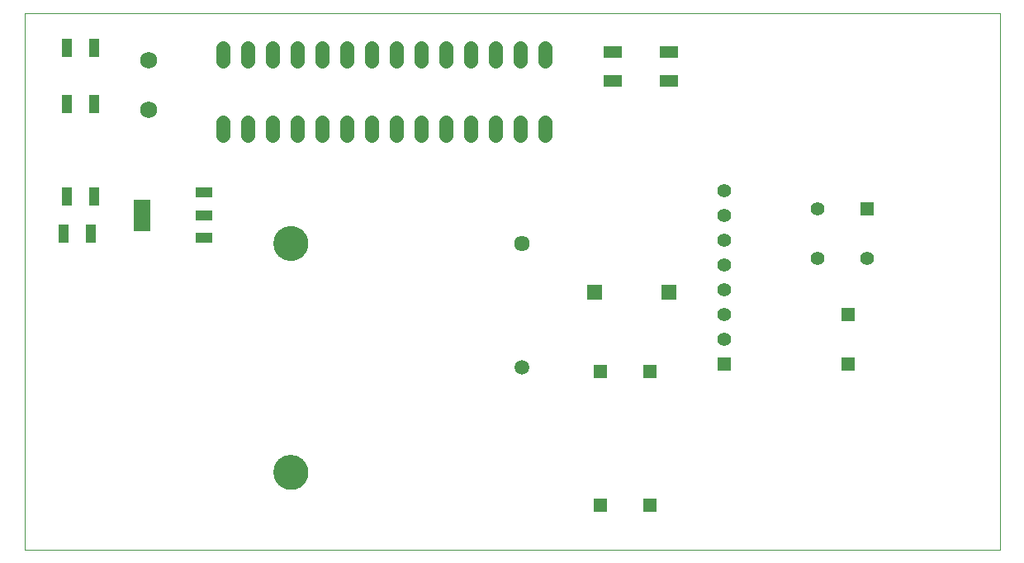
<source format=gts>
G75*
%MOIN*%
%OFA0B0*%
%FSLAX25Y25*%
%IPPOS*%
%LPD*%
%AMOC8*
5,1,8,0,0,1.08239X$1,22.5*
%
%ADD10C,0.00000*%
%ADD11C,0.05600*%
%ADD12C,0.14000*%
%ADD13C,0.06337*%
%ADD14C,0.05943*%
%ADD15R,0.04000X0.07500*%
%ADD16R,0.07300X0.04800*%
%ADD17R,0.05550X0.05550*%
%ADD18C,0.05550*%
%ADD19R,0.06337X0.06337*%
%ADD20R,0.06800X0.03900*%
%ADD21R,0.06800X0.12900*%
%ADD22C,0.06900*%
D10*
X0001000Y0001000D02*
X0001000Y0217535D01*
X0394701Y0217535D01*
X0394701Y0001000D01*
X0001000Y0001000D01*
X0101700Y0032250D02*
X0101702Y0032417D01*
X0101708Y0032584D01*
X0101718Y0032750D01*
X0101733Y0032917D01*
X0101751Y0033082D01*
X0101774Y0033248D01*
X0101800Y0033413D01*
X0101831Y0033577D01*
X0101865Y0033740D01*
X0101904Y0033902D01*
X0101946Y0034064D01*
X0101993Y0034224D01*
X0102043Y0034383D01*
X0102098Y0034541D01*
X0102156Y0034697D01*
X0102218Y0034852D01*
X0102283Y0035006D01*
X0102353Y0035157D01*
X0102426Y0035307D01*
X0102503Y0035455D01*
X0102583Y0035602D01*
X0102667Y0035746D01*
X0102755Y0035888D01*
X0102846Y0036028D01*
X0102940Y0036165D01*
X0103038Y0036301D01*
X0103139Y0036434D01*
X0103244Y0036564D01*
X0103351Y0036692D01*
X0103462Y0036817D01*
X0103575Y0036939D01*
X0103692Y0037058D01*
X0103811Y0037175D01*
X0103933Y0037288D01*
X0104058Y0037399D01*
X0104186Y0037506D01*
X0104316Y0037611D01*
X0104449Y0037712D01*
X0104585Y0037810D01*
X0104722Y0037904D01*
X0104862Y0037995D01*
X0105004Y0038083D01*
X0105148Y0038167D01*
X0105295Y0038247D01*
X0105443Y0038324D01*
X0105593Y0038397D01*
X0105744Y0038467D01*
X0105898Y0038532D01*
X0106053Y0038594D01*
X0106209Y0038652D01*
X0106367Y0038707D01*
X0106526Y0038757D01*
X0106686Y0038804D01*
X0106848Y0038846D01*
X0107010Y0038885D01*
X0107173Y0038919D01*
X0107337Y0038950D01*
X0107502Y0038976D01*
X0107668Y0038999D01*
X0107833Y0039017D01*
X0108000Y0039032D01*
X0108166Y0039042D01*
X0108333Y0039048D01*
X0108500Y0039050D01*
X0108667Y0039048D01*
X0108834Y0039042D01*
X0109000Y0039032D01*
X0109167Y0039017D01*
X0109332Y0038999D01*
X0109498Y0038976D01*
X0109663Y0038950D01*
X0109827Y0038919D01*
X0109990Y0038885D01*
X0110152Y0038846D01*
X0110314Y0038804D01*
X0110474Y0038757D01*
X0110633Y0038707D01*
X0110791Y0038652D01*
X0110947Y0038594D01*
X0111102Y0038532D01*
X0111256Y0038467D01*
X0111407Y0038397D01*
X0111557Y0038324D01*
X0111705Y0038247D01*
X0111852Y0038167D01*
X0111996Y0038083D01*
X0112138Y0037995D01*
X0112278Y0037904D01*
X0112415Y0037810D01*
X0112551Y0037712D01*
X0112684Y0037611D01*
X0112814Y0037506D01*
X0112942Y0037399D01*
X0113067Y0037288D01*
X0113189Y0037175D01*
X0113308Y0037058D01*
X0113425Y0036939D01*
X0113538Y0036817D01*
X0113649Y0036692D01*
X0113756Y0036564D01*
X0113861Y0036434D01*
X0113962Y0036301D01*
X0114060Y0036165D01*
X0114154Y0036028D01*
X0114245Y0035888D01*
X0114333Y0035746D01*
X0114417Y0035602D01*
X0114497Y0035455D01*
X0114574Y0035307D01*
X0114647Y0035157D01*
X0114717Y0035006D01*
X0114782Y0034852D01*
X0114844Y0034697D01*
X0114902Y0034541D01*
X0114957Y0034383D01*
X0115007Y0034224D01*
X0115054Y0034064D01*
X0115096Y0033902D01*
X0115135Y0033740D01*
X0115169Y0033577D01*
X0115200Y0033413D01*
X0115226Y0033248D01*
X0115249Y0033082D01*
X0115267Y0032917D01*
X0115282Y0032750D01*
X0115292Y0032584D01*
X0115298Y0032417D01*
X0115300Y0032250D01*
X0115298Y0032083D01*
X0115292Y0031916D01*
X0115282Y0031750D01*
X0115267Y0031583D01*
X0115249Y0031418D01*
X0115226Y0031252D01*
X0115200Y0031087D01*
X0115169Y0030923D01*
X0115135Y0030760D01*
X0115096Y0030598D01*
X0115054Y0030436D01*
X0115007Y0030276D01*
X0114957Y0030117D01*
X0114902Y0029959D01*
X0114844Y0029803D01*
X0114782Y0029648D01*
X0114717Y0029494D01*
X0114647Y0029343D01*
X0114574Y0029193D01*
X0114497Y0029045D01*
X0114417Y0028898D01*
X0114333Y0028754D01*
X0114245Y0028612D01*
X0114154Y0028472D01*
X0114060Y0028335D01*
X0113962Y0028199D01*
X0113861Y0028066D01*
X0113756Y0027936D01*
X0113649Y0027808D01*
X0113538Y0027683D01*
X0113425Y0027561D01*
X0113308Y0027442D01*
X0113189Y0027325D01*
X0113067Y0027212D01*
X0112942Y0027101D01*
X0112814Y0026994D01*
X0112684Y0026889D01*
X0112551Y0026788D01*
X0112415Y0026690D01*
X0112278Y0026596D01*
X0112138Y0026505D01*
X0111996Y0026417D01*
X0111852Y0026333D01*
X0111705Y0026253D01*
X0111557Y0026176D01*
X0111407Y0026103D01*
X0111256Y0026033D01*
X0111102Y0025968D01*
X0110947Y0025906D01*
X0110791Y0025848D01*
X0110633Y0025793D01*
X0110474Y0025743D01*
X0110314Y0025696D01*
X0110152Y0025654D01*
X0109990Y0025615D01*
X0109827Y0025581D01*
X0109663Y0025550D01*
X0109498Y0025524D01*
X0109332Y0025501D01*
X0109167Y0025483D01*
X0109000Y0025468D01*
X0108834Y0025458D01*
X0108667Y0025452D01*
X0108500Y0025450D01*
X0108333Y0025452D01*
X0108166Y0025458D01*
X0108000Y0025468D01*
X0107833Y0025483D01*
X0107668Y0025501D01*
X0107502Y0025524D01*
X0107337Y0025550D01*
X0107173Y0025581D01*
X0107010Y0025615D01*
X0106848Y0025654D01*
X0106686Y0025696D01*
X0106526Y0025743D01*
X0106367Y0025793D01*
X0106209Y0025848D01*
X0106053Y0025906D01*
X0105898Y0025968D01*
X0105744Y0026033D01*
X0105593Y0026103D01*
X0105443Y0026176D01*
X0105295Y0026253D01*
X0105148Y0026333D01*
X0105004Y0026417D01*
X0104862Y0026505D01*
X0104722Y0026596D01*
X0104585Y0026690D01*
X0104449Y0026788D01*
X0104316Y0026889D01*
X0104186Y0026994D01*
X0104058Y0027101D01*
X0103933Y0027212D01*
X0103811Y0027325D01*
X0103692Y0027442D01*
X0103575Y0027561D01*
X0103462Y0027683D01*
X0103351Y0027808D01*
X0103244Y0027936D01*
X0103139Y0028066D01*
X0103038Y0028199D01*
X0102940Y0028335D01*
X0102846Y0028472D01*
X0102755Y0028612D01*
X0102667Y0028754D01*
X0102583Y0028898D01*
X0102503Y0029045D01*
X0102426Y0029193D01*
X0102353Y0029343D01*
X0102283Y0029494D01*
X0102218Y0029648D01*
X0102156Y0029803D01*
X0102098Y0029959D01*
X0102043Y0030117D01*
X0101993Y0030276D01*
X0101946Y0030436D01*
X0101904Y0030598D01*
X0101865Y0030760D01*
X0101831Y0030923D01*
X0101800Y0031087D01*
X0101774Y0031252D01*
X0101751Y0031418D01*
X0101733Y0031583D01*
X0101718Y0031750D01*
X0101708Y0031916D01*
X0101702Y0032083D01*
X0101700Y0032250D01*
X0101700Y0124750D02*
X0101702Y0124917D01*
X0101708Y0125084D01*
X0101718Y0125250D01*
X0101733Y0125417D01*
X0101751Y0125582D01*
X0101774Y0125748D01*
X0101800Y0125913D01*
X0101831Y0126077D01*
X0101865Y0126240D01*
X0101904Y0126402D01*
X0101946Y0126564D01*
X0101993Y0126724D01*
X0102043Y0126883D01*
X0102098Y0127041D01*
X0102156Y0127197D01*
X0102218Y0127352D01*
X0102283Y0127506D01*
X0102353Y0127657D01*
X0102426Y0127807D01*
X0102503Y0127955D01*
X0102583Y0128102D01*
X0102667Y0128246D01*
X0102755Y0128388D01*
X0102846Y0128528D01*
X0102940Y0128665D01*
X0103038Y0128801D01*
X0103139Y0128934D01*
X0103244Y0129064D01*
X0103351Y0129192D01*
X0103462Y0129317D01*
X0103575Y0129439D01*
X0103692Y0129558D01*
X0103811Y0129675D01*
X0103933Y0129788D01*
X0104058Y0129899D01*
X0104186Y0130006D01*
X0104316Y0130111D01*
X0104449Y0130212D01*
X0104585Y0130310D01*
X0104722Y0130404D01*
X0104862Y0130495D01*
X0105004Y0130583D01*
X0105148Y0130667D01*
X0105295Y0130747D01*
X0105443Y0130824D01*
X0105593Y0130897D01*
X0105744Y0130967D01*
X0105898Y0131032D01*
X0106053Y0131094D01*
X0106209Y0131152D01*
X0106367Y0131207D01*
X0106526Y0131257D01*
X0106686Y0131304D01*
X0106848Y0131346D01*
X0107010Y0131385D01*
X0107173Y0131419D01*
X0107337Y0131450D01*
X0107502Y0131476D01*
X0107668Y0131499D01*
X0107833Y0131517D01*
X0108000Y0131532D01*
X0108166Y0131542D01*
X0108333Y0131548D01*
X0108500Y0131550D01*
X0108667Y0131548D01*
X0108834Y0131542D01*
X0109000Y0131532D01*
X0109167Y0131517D01*
X0109332Y0131499D01*
X0109498Y0131476D01*
X0109663Y0131450D01*
X0109827Y0131419D01*
X0109990Y0131385D01*
X0110152Y0131346D01*
X0110314Y0131304D01*
X0110474Y0131257D01*
X0110633Y0131207D01*
X0110791Y0131152D01*
X0110947Y0131094D01*
X0111102Y0131032D01*
X0111256Y0130967D01*
X0111407Y0130897D01*
X0111557Y0130824D01*
X0111705Y0130747D01*
X0111852Y0130667D01*
X0111996Y0130583D01*
X0112138Y0130495D01*
X0112278Y0130404D01*
X0112415Y0130310D01*
X0112551Y0130212D01*
X0112684Y0130111D01*
X0112814Y0130006D01*
X0112942Y0129899D01*
X0113067Y0129788D01*
X0113189Y0129675D01*
X0113308Y0129558D01*
X0113425Y0129439D01*
X0113538Y0129317D01*
X0113649Y0129192D01*
X0113756Y0129064D01*
X0113861Y0128934D01*
X0113962Y0128801D01*
X0114060Y0128665D01*
X0114154Y0128528D01*
X0114245Y0128388D01*
X0114333Y0128246D01*
X0114417Y0128102D01*
X0114497Y0127955D01*
X0114574Y0127807D01*
X0114647Y0127657D01*
X0114717Y0127506D01*
X0114782Y0127352D01*
X0114844Y0127197D01*
X0114902Y0127041D01*
X0114957Y0126883D01*
X0115007Y0126724D01*
X0115054Y0126564D01*
X0115096Y0126402D01*
X0115135Y0126240D01*
X0115169Y0126077D01*
X0115200Y0125913D01*
X0115226Y0125748D01*
X0115249Y0125582D01*
X0115267Y0125417D01*
X0115282Y0125250D01*
X0115292Y0125084D01*
X0115298Y0124917D01*
X0115300Y0124750D01*
X0115298Y0124583D01*
X0115292Y0124416D01*
X0115282Y0124250D01*
X0115267Y0124083D01*
X0115249Y0123918D01*
X0115226Y0123752D01*
X0115200Y0123587D01*
X0115169Y0123423D01*
X0115135Y0123260D01*
X0115096Y0123098D01*
X0115054Y0122936D01*
X0115007Y0122776D01*
X0114957Y0122617D01*
X0114902Y0122459D01*
X0114844Y0122303D01*
X0114782Y0122148D01*
X0114717Y0121994D01*
X0114647Y0121843D01*
X0114574Y0121693D01*
X0114497Y0121545D01*
X0114417Y0121398D01*
X0114333Y0121254D01*
X0114245Y0121112D01*
X0114154Y0120972D01*
X0114060Y0120835D01*
X0113962Y0120699D01*
X0113861Y0120566D01*
X0113756Y0120436D01*
X0113649Y0120308D01*
X0113538Y0120183D01*
X0113425Y0120061D01*
X0113308Y0119942D01*
X0113189Y0119825D01*
X0113067Y0119712D01*
X0112942Y0119601D01*
X0112814Y0119494D01*
X0112684Y0119389D01*
X0112551Y0119288D01*
X0112415Y0119190D01*
X0112278Y0119096D01*
X0112138Y0119005D01*
X0111996Y0118917D01*
X0111852Y0118833D01*
X0111705Y0118753D01*
X0111557Y0118676D01*
X0111407Y0118603D01*
X0111256Y0118533D01*
X0111102Y0118468D01*
X0110947Y0118406D01*
X0110791Y0118348D01*
X0110633Y0118293D01*
X0110474Y0118243D01*
X0110314Y0118196D01*
X0110152Y0118154D01*
X0109990Y0118115D01*
X0109827Y0118081D01*
X0109663Y0118050D01*
X0109498Y0118024D01*
X0109332Y0118001D01*
X0109167Y0117983D01*
X0109000Y0117968D01*
X0108834Y0117958D01*
X0108667Y0117952D01*
X0108500Y0117950D01*
X0108333Y0117952D01*
X0108166Y0117958D01*
X0108000Y0117968D01*
X0107833Y0117983D01*
X0107668Y0118001D01*
X0107502Y0118024D01*
X0107337Y0118050D01*
X0107173Y0118081D01*
X0107010Y0118115D01*
X0106848Y0118154D01*
X0106686Y0118196D01*
X0106526Y0118243D01*
X0106367Y0118293D01*
X0106209Y0118348D01*
X0106053Y0118406D01*
X0105898Y0118468D01*
X0105744Y0118533D01*
X0105593Y0118603D01*
X0105443Y0118676D01*
X0105295Y0118753D01*
X0105148Y0118833D01*
X0105004Y0118917D01*
X0104862Y0119005D01*
X0104722Y0119096D01*
X0104585Y0119190D01*
X0104449Y0119288D01*
X0104316Y0119389D01*
X0104186Y0119494D01*
X0104058Y0119601D01*
X0103933Y0119712D01*
X0103811Y0119825D01*
X0103692Y0119942D01*
X0103575Y0120061D01*
X0103462Y0120183D01*
X0103351Y0120308D01*
X0103244Y0120436D01*
X0103139Y0120566D01*
X0103038Y0120699D01*
X0102940Y0120835D01*
X0102846Y0120972D01*
X0102755Y0121112D01*
X0102667Y0121254D01*
X0102583Y0121398D01*
X0102503Y0121545D01*
X0102426Y0121693D01*
X0102353Y0121843D01*
X0102283Y0121994D01*
X0102218Y0122148D01*
X0102156Y0122303D01*
X0102098Y0122459D01*
X0102043Y0122617D01*
X0101993Y0122776D01*
X0101946Y0122936D01*
X0101904Y0123098D01*
X0101865Y0123260D01*
X0101831Y0123423D01*
X0101800Y0123587D01*
X0101774Y0123752D01*
X0101751Y0123918D01*
X0101733Y0124083D01*
X0101718Y0124250D01*
X0101708Y0124416D01*
X0101702Y0124583D01*
X0101700Y0124750D01*
D11*
X0101000Y0168400D02*
X0101000Y0173600D01*
X0091000Y0173600D02*
X0091000Y0168400D01*
X0081000Y0168400D02*
X0081000Y0173600D01*
X0111000Y0173600D02*
X0111000Y0168400D01*
X0121000Y0168400D02*
X0121000Y0173600D01*
X0131000Y0173600D02*
X0131000Y0168400D01*
X0141000Y0168400D02*
X0141000Y0173600D01*
X0151000Y0173600D02*
X0151000Y0168400D01*
X0161000Y0168400D02*
X0161000Y0173600D01*
X0171000Y0173600D02*
X0171000Y0168400D01*
X0181000Y0168400D02*
X0181000Y0173600D01*
X0191000Y0173600D02*
X0191000Y0168400D01*
X0201000Y0168400D02*
X0201000Y0173600D01*
X0211000Y0173600D02*
X0211000Y0168400D01*
X0211000Y0198400D02*
X0211000Y0203600D01*
X0201000Y0203600D02*
X0201000Y0198400D01*
X0191000Y0198400D02*
X0191000Y0203600D01*
X0181000Y0203600D02*
X0181000Y0198400D01*
X0171000Y0198400D02*
X0171000Y0203600D01*
X0161000Y0203600D02*
X0161000Y0198400D01*
X0151000Y0198400D02*
X0151000Y0203600D01*
X0141000Y0203600D02*
X0141000Y0198400D01*
X0131000Y0198400D02*
X0131000Y0203600D01*
X0121000Y0203600D02*
X0121000Y0198400D01*
X0111000Y0198400D02*
X0111000Y0203600D01*
X0101000Y0203600D02*
X0101000Y0198400D01*
X0091000Y0198400D02*
X0091000Y0203600D01*
X0081000Y0203600D02*
X0081000Y0198400D01*
D12*
X0108500Y0124750D03*
X0108500Y0032250D03*
D13*
X0201900Y0124750D03*
D14*
X0201900Y0074750D03*
D15*
X0027701Y0128539D03*
X0016701Y0128539D03*
X0018000Y0143500D03*
X0029000Y0143500D03*
X0029000Y0181000D03*
X0018000Y0181000D03*
X0018000Y0203500D03*
X0029000Y0203500D03*
D16*
X0238500Y0201800D03*
X0238500Y0190200D03*
X0261000Y0190200D03*
X0261000Y0201800D03*
D17*
X0341000Y0138500D03*
X0333500Y0096000D03*
X0333500Y0076000D03*
X0283500Y0076000D03*
X0253500Y0073000D03*
X0233500Y0073000D03*
X0233500Y0019000D03*
X0253500Y0019000D03*
D18*
X0283500Y0086000D03*
X0283500Y0096000D03*
X0283500Y0106000D03*
X0283500Y0116000D03*
X0283500Y0126000D03*
X0283500Y0136000D03*
X0283500Y0146000D03*
X0321000Y0138500D03*
X0321000Y0118500D03*
X0341000Y0118500D03*
D19*
X0261000Y0104900D03*
X0231000Y0104900D03*
D20*
X0073600Y0126900D03*
X0073600Y0136000D03*
X0073600Y0145100D03*
D21*
X0048400Y0136000D03*
D22*
X0051000Y0178500D03*
X0051000Y0198500D03*
M02*

</source>
